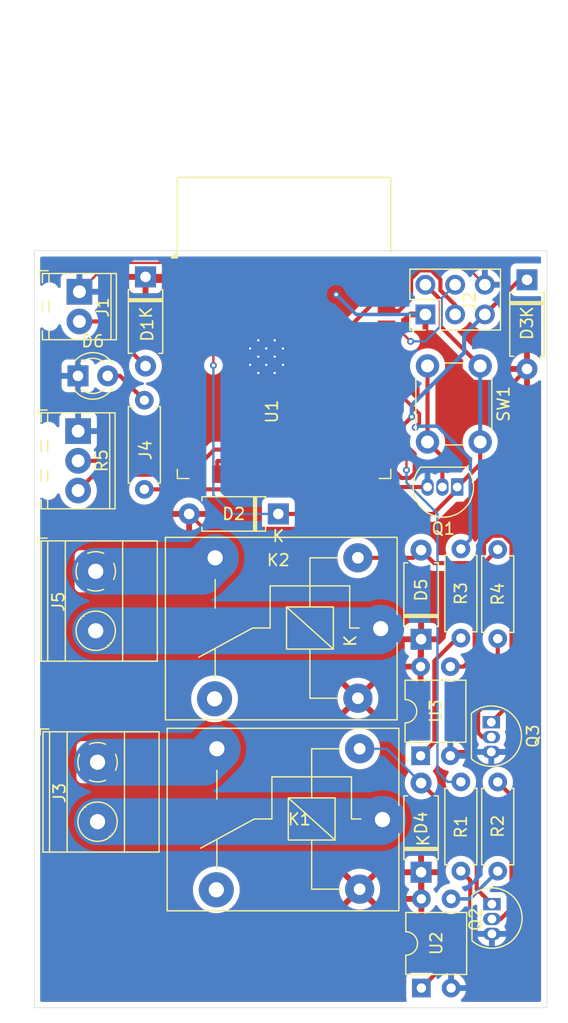
<source format=kicad_pcb>
(kicad_pcb (version 20240108) (generator "pcbnew") (generator_version "8.0")
  (layers (0 "F.Cu" signal) (31 "B.Cu" signal) (34 "B.Paste" user) (35 "F.Paste" user) (36 "B.SilkS" user "B.Silkscreen") (37 "F.SilkS" user "F.Silkscreen") (38 "B.Mask" user) (39 "F.Mask" user) (44 "Edge.Cuts" user))
  (net 0 "")
  (net 1 "VCC")
  (net 2 "5v")
  (net 3 "/EN")
  (net 4 "/IOo")
  (net 5 "Net-(D4-A)")
  (net 6 "Net-(D5-A)")
  (net 7 "Net-(D6-A)")
  (net 8 "GND")
  (net 9 "/TX")
  (net 10 "/RX")
  (net 11 "Net-(J3-Pin_2)")
  (net 12 "Net-(J3-Pin_1)")
  (net 13 "/SW_IN2")
  (net 14 "/SW_IN1")
  (net 15 "Net-(J5-Pin_2)")
  (net 16 "Net-(J5-Pin_1)")
  (net 19 "Net-(Q1-B)")
  (net 20 "Net-(Q2-B)")
  (net 21 "Net-(Q3-B)")
  (net 22 "Net-(R1-Pad1)")
  (net 23 "/OP1")
  (net 24 "Net-(R2-Pad1)")
  (net 25 "/OP2")
  (net 26 "Net-(R3-Pad1)")
  (net 27 "Net-(R4-Pad1)")
  (net 28 "/status")
  (footprint "Package_TO_SOT_THT:TO-92L_Inline" (layer "F.Cu") (at 98.1 124.65 -90)
    (property "Reference" "Q2" (at 1.3 1.4 90) (layer "F.SilkS"))
    (property "Value" "NPN")
    (pad "1" thru_hole rect (at 0 0 270) (size 1.05 1.5) (drill 0.75) (layers "*.Cu" "*.Mask") (net 5 "Net-(D4-A)"))
    (pad "2" thru_hole oval (at 1.27 0 270) (size 1.05 1.5) (drill 0.75) (layers "*.Cu" "*.Mask") (net 20 "Net-(Q2-B)"))
    (pad "3" thru_hole oval (at 2.54 0 270) (size 1.05 1.5) (drill 0.75) (layers "*.Cu" "*.Mask") (net 8 "GND"))
  )
  (footprint "TerminalBlock_Phoenix:TerminalBlock_Phoenix_MPT-0,5-3-2.54_1x03_P2.54mm_Horizontal" (layer "F.Cu") (at 62.74 84.22 -90)
    (property "Reference" "J4" (at 1.63 -5.76 90) (layer "F.SilkS"))
    (property "Value" "Switch  IN")
    (pad "" np_thru_hole circle (at 0 2.54 270) (size 1.1 1.1) (drill 1.1) (layers "*.Cu" "*.Mask"))
    (pad "" np_thru_hole circle (at 2.54 2.54 270) (size 1.1 1.1) (drill 1.1) (layers "*.Cu" "*.Mask"))
    (pad "" np_thru_hole circle (at 5.08 2.54 270) (size 1.1 1.1) (drill 1.1) (layers "*.Cu" "*.Mask"))
    (pad "1" thru_hole rect (at 0 0 270) (size 2.2 2.2) (drill 1.1) (layers "*.Cu" "*.Mask") (net 8 "GND"))
    (pad "2" thru_hole circle (at 2.54 0 270) (size 2.2 2.2) (drill 1.1) (layers "*.Cu" "*.Mask") (net 14 "/SW_IN1"))
    (pad "3" thru_hole circle (at 5.08 0 270) (size 2.2 2.2) (drill 1.1) (layers "*.Cu" "*.Mask") (net 13 "/SW_IN2"))
  )
  (footprint "Resistor_THT:R_Axial_DIN0207_L6.3mm_D2.5mm_P7.62mm_Horizontal" (layer "F.Cu") (at 98.6 121.83 90)
    (property "Reference" "R2" (at 3.83 0 90) (layer "F.SilkS"))
    (property "Value" "R")
    (pad "1" thru_hole circle (at 0 0 90) (size 1.6 1.6) (drill 0.8) (layers "*.Cu" "*.Mask") (net 24 "Net-(R2-Pad1)"))
    (pad "2" thru_hole oval (at 7.62 0 90) (size 1.6 1.6) (drill 0.8) (layers "*.Cu" "*.Mask") (net 20 "Net-(Q2-B)"))
  )
  (footprint "Resistor_THT:R_Axial_DIN0207_L6.3mm_D2.5mm_P7.62mm_Horizontal" (layer "F.Cu") (at 95.45 121.82 90)
    (property "Reference" "R1" (at 3.77 0 90) (layer "F.SilkS"))
    (property "Value" "R")
    (pad "1" thru_hole circle (at 0 0 90) (size 1.6 1.6) (drill 0.8) (layers "*.Cu" "*.Mask") (net 22 "Net-(R1-Pad1)"))
    (pad "2" thru_hole oval (at 7.62 0 90) (size 1.6 1.6) (drill 0.8) (layers "*.Cu" "*.Mask") (net 23 "/OP1"))
  )
  (footprint "Resistor_THT:R_Axial_DIN0207_L6.3mm_D2.5mm_P7.62mm_Horizontal" (layer "F.Cu") (at 98.6 94.34 -90)
    (property "Reference" "R4" (at 3.81 0 90) (layer "F.SilkS"))
    (property "Value" "R")
    (pad "1" thru_hole circle (at 0 0 270) (size 1.6 1.6) (drill 0.8) (layers "*.Cu" "*.Mask") (net 27 "Net-(R4-Pad1)"))
    (pad "2" thru_hole oval (at 7.62 0 270) (size 1.6 1.6) (drill 0.8) (layers "*.Cu" "*.Mask") (net 21 "Net-(Q3-B)"))
  )
  (footprint "Resistor_THT:R_Axial_DIN0207_L6.3mm_D2.5mm_P7.62mm_Horizontal" (layer "F.Cu") (at 95.45 101.91 90)
    (property "Reference" "R3" (at 3.81 0 90) (layer "F.SilkS"))
    (property "Value" "R")
    (pad "1" thru_hole circle (at 0 0 90) (size 1.6 1.6) (drill 0.8) (layers "*.Cu" "*.Mask") (net 26 "Net-(R3-Pad1)"))
    (pad "2" thru_hole oval (at 7.62 0 90) (size 1.6 1.6) (drill 0.8) (layers "*.Cu" "*.Mask") (net 25 "/OP2"))
  )
  (footprint "Connector_PinHeader_2.54mm:PinHeader_2x03_P2.54mm_Vertical" (layer "F.Cu") (at 92.42 74.25 90)
    (property "Reference" "J2" (at 1.1 3.78 90) (layer "F.SilkS"))
    (property "Value" "Pro")
    (pad "1" thru_hole rect (at 0 0 90) (size 1.7 1.7) (drill 1) (layers "*.Cu" "*.Mask") (net 2 "5v"))
    (pad "2" thru_hole oval (at 2.54 0 90) (size 1.7 1.7) (drill 1) (layers "*.Cu" "*.Mask") (net 3 "/EN"))
    (pad "3" thru_hole oval (at 0 2.54 90) (size 1.7 1.7) (drill 1) (layers "*.Cu" "*.Mask") (net 9 "/TX"))
    (pad "4" thru_hole oval (at 2.54 2.54 90) (size 1.7 1.7) (drill 1) (layers "*.Cu" "*.Mask") (net 10 "/RX"))
    (pad "5" thru_hole oval (at 0 5.08 90) (size 1.7 1.7) (drill 1) (layers "*.Cu" "*.Mask") (net 4 "/IOo"))
    (pad "6" thru_hole oval (at 2.54 5.08 90) (size 1.7 1.7) (drill 1) (layers "*.Cu" "*.Mask") (net 8 "GND"))
  )
  (footprint "Diode_THT:D_A-405_P7.62mm_Horizontal" (layer "F.Cu") (at 92.05 121.92 90)
    (property "Reference" "D4" (at 4.22 0 90) (layer "F.SilkS"))
    (property "Value" "D")
    (fp_text user "K" (at 2.72 0.2 90) (layer "F.SilkS"))
    (pad "1" thru_hole rect (at 0 0 90) (size 1.8 1.8) (drill 0.9) (layers "*.Cu" "*.Mask") (net 2 "5v"))
    (pad "2" thru_hole oval (at 7.62 0 90) (size 1.8 1.8) (drill 0.9) (layers "*.Cu" "*.Mask") (net 5 "Net-(D4-A)"))
  )
  (footprint "LED_THT:LED_D3.0mm" (layer "F.Cu") (at 62.73 79.5)
    (property "Reference" "D6" (at 1.27 -2.96 0) (layer "F.SilkS"))
    (property "Value" "LED")
    (pad "1" thru_hole rect (at 0 0) (size 1.8 1.8) (drill 0.9) (layers "*.Cu" "*.Mask") (net 8 "GND"))
    (pad "2" thru_hole circle (at 2.54 0) (size 1.8 1.8) (drill 0.9) (layers "*.Cu" "*.Mask") (net 7 "Net-(D6-A)"))
  )
  (footprint "Relay_THT:Relay_SPDT_SANYOU_SRD_Series_Form_C" (layer "F.Cu") (at 88.75 117.42 180)
    (property "Reference" "K1" (at 7.1 0.02 360) (layer "F.SilkS"))
    (property "Value" "RELAY")
    (pad "1" thru_hole circle (at 0 0 270) (size 3 3) (drill 1.3) (layers "*.Cu" "*.Mask") (net 11 "Net-(J3-Pin_2)"))
    (pad "2" thru_hole circle (at 1.95 6.05 270) (size 2.5 2.5) (drill 1) (layers "*.Cu" "*.Mask") (net 5 "Net-(D4-A)"))
    (pad "3" thru_hole circle (at 14.15 6.05 270) (size 3 3) (drill 1.3) (layers "*.Cu" "*.Mask") (net 12 "Net-(J3-Pin_1)"))
    (pad "4" thru_hole circle (at 14.2 -6 270) (size 3 3) (drill 1.3) (layers "*.Cu" "*.Mask"))
    (pad "5" thru_hole circle (at 1.95 -5.95 270) (size 2.5 2.5) (drill 1) (layers "*.Cu" "*.Mask") (net 2 "5v"))
  )
  (footprint "Diode_THT:D_A-405_P7.62mm_Horizontal" (layer "F.Cu") (at 101.1 71.29 -90)
    (property "Reference" "D3" (at 4.16 0 90) (layer "F.SilkS"))
    (property "Value" "D")
    (fp_text user "K" (at 2.76 0 90) (layer "F.SilkS"))
    (pad "1" thru_hole rect (at 0 0 270) (size 1.8 1.8) (drill 0.9) (layers "*.Cu" "*.Mask") (net 4 "/IOo"))
    (pad "2" thru_hole oval (at 7.62 0 270) (size 1.8 1.8) (drill 0.9) (layers "*.Cu" "*.Mask") (net 2 "5v"))
  )
  (footprint "Package_DIP:DIP-4_W7.62mm" (layer "F.Cu") (at 92.075 131.82 90)
    (property "Reference" "U2" (at 3.82 1.275 90) (layer "F.SilkS"))
    (property "Value" "PC817")
    (pad "1" thru_hole rect (at 0 0 90) (size 1.6 1.6) (drill 0.8) (layers "*.Cu" "*.Mask") (net 22 "Net-(R1-Pad1)"))
    (pad "2" thru_hole oval (at 0 2.54 90) (size 1.6 1.6) (drill 0.8) (layers "*.Cu" "*.Mask") (net 8 "GND"))
    (pad "3" thru_hole oval (at 7.62 2.54 90) (size 1.6 1.6) (drill 0.8) (layers "*.Cu" "*.Mask") (net 24 "Net-(R2-Pad1)"))
    (pad "4" thru_hole oval (at 7.62 0 90) (size 1.6 1.6) (drill 0.8) (layers "*.Cu" "*.Mask") (net 2 "5v"))
  )
  (footprint "TerminalBlock_Phoenix:TerminalBlock_Phoenix_MPT-0,5-2-2.54_1x02_P2.54mm_Horizontal" (layer "F.Cu") (at 62.85 72.31 -90)
    (property "Reference" "J1" (at 1.34 -2 90) (layer "F.SilkS"))
    (property "Value" "5V")
    (pad "" np_thru_hole circle (at 0 2.54 270) (size 1.1 1.1) (drill 1.1) (layers "*.Cu" "*.Mask"))
    (pad "" np_thru_hole circle (at 2.54 2.54 270) (size 1.1 1.1) (drill 1.1) (layers "*.Cu" "*.Mask"))
    (pad "1" thru_hole rect (at 0 0 270) (size 2.2 2.2) (drill 1.1) (layers "*.Cu" "*.Mask") (net 8 "GND"))
    (pad "2" thru_hole circle (at 2.54 0 270) (size 2.2 2.2) (drill 1.1) (layers "*.Cu" "*.Mask") (net 1 "VCC"))
  )
  (footprint "Package_TO_SOT_THT:TO-92L_Inline" (layer "F.Cu") (at 98.05 109.1 -90)
    (property "Reference" "Q3" (at 1.19 -3.56 90) (layer "F.SilkS"))
    (property "Value" "NPN")
    (pad "1" thru_hole rect (at 0 0 270) (size 1.05 1.5) (drill 0.75) (layers "*.Cu" "*.Mask") (net 6 "Net-(D5-A)"))
    (pad "2" thru_hole oval (at 1.27 0 270) (size 1.05 1.5) (drill 0.75) (layers "*.Cu" "*.Mask") (net 21 "Net-(Q3-B)"))
    (pad "3" thru_hole oval (at 2.54 0 270) (size 1.05 1.5) (drill 0.75) (layers "*.Cu" "*.Mask") (net 8 "GND"))
  )
  (footprint "TerminalBlock_Phoenix:TerminalBlock_Phoenix_MKDS-1,5-2-5.08_1x02_P5.08mm_Horizontal" (layer "F.Cu") (at 64.245 96.205 -90)
    (property "Reference" "J5" (at 2.595 3.195 90) (layer "F.SilkS"))
    (property "Value" "OP1")
    (pad "1" thru_hole rect (at 0 0 270) (size 2.6 2.6) (drill 1.3) (layers "*.Cu" "*.Mask") (net 16 "Net-(J5-Pin_1)"))
    (pad "2" thru_hole circle (at 5.08 0 270) (size 2.6 2.6) (drill 1.3) (layers "*.Cu" "*.Mask") (net 15 "Net-(J5-Pin_2)"))
  )
  (footprint "Diode_THT:D_A-405_P7.62mm_Horizontal" (layer "F.Cu") (at 92.05 102.01 90)
    (property "Reference" "D5" (at 4.21 0 90) (layer "F.SilkS"))
    (property "Value" "D")
    (fp_text user "K" (at -0.14 -6.05 90) (layer "F.SilkS"))
    (pad "1" thru_hole rect (at 0 0 90) (size 1.8 1.8) (drill 0.9) (layers "*.Cu" "*.Mask") (net 2 "5v"))
    (pad "2" thru_hole oval (at 7.62 0 90) (size 1.8 1.8) (drill 0.9) (layers "*.Cu" "*.Mask") (net 6 "Net-(D5-A)"))
  )
  (footprint "RF_Module:ESP32-WROOM-32D" (layer "F.Cu") (at 80.34 78.39)
    (property "Reference" "U1" (at -1.04 4.16 90) (layer "F.SilkS"))
    (property "Value" "ESP32")
    (pad "1" smd rect (at -8.75 -8.25) (size 1.5 0.9) (layers "F.Cu" "F.Paste" "F.Mask") (net 8 "GND"))
    (pad "2" smd rect (at -8.75 -6.98) (size 1.5 0.9) (layers "F.Cu" "F.Paste" "F.Mask") (net 2 "5v"))
    (pad "3" smd rect (at -8.75 -5.71) (size 1.5 0.9) (layers "F.Cu" "F.Paste" "F.Mask") (net 3 "/EN"))
    (pad "4" smd rect (at -8.75 -4.44) (size 1.5 0.9) (layers "F.Cu" "F.Paste" "F.Mask"))
    (pad "5" smd rect (at -8.75 -3.17) (size 1.5 0.9) (layers "F.Cu" "F.Paste" "F.Mask"))
    (pad "6" smd rect (at -8.75 -1.9) (size 1.5 0.9) (layers "F.Cu" "F.Paste" "F.Mask"))
    (pad "7" smd rect (at -8.75 -0.63) (size 1.5 0.9) (layers "F.Cu" "F.Paste" "F.Mask"))
    (pad "8" smd rect (at -8.75 0.64) (size 1.5 0.9) (layers "F.Cu" "F.Paste" "F.Mask"))
    (pad "9" smd rect (at -8.75 1.91) (size 1.5 0.9) (layers "F.Cu" "F.Paste" "F.Mask"))
    (pad "10" smd rect (at -8.75 3.18) (size 1.5 0.9) (layers "F.Cu" "F.Paste" "F.Mask") (net 14 "/SW_IN1"))
    (pad "11" smd rect (at -8.75 4.45) (size 1.5 0.9) (layers "F.Cu" "F.Paste" "F.Mask"))
    (pad "12" smd rect (at -8.75 5.72) (size 1.5 0.9) (layers "F.Cu" "F.Paste" "F.Mask"))
    (pad "13" smd rect (at -8.75 6.99) (size 1.5 0.9) (layers "F.Cu" "F.Paste" "F.Mask"))
    (pad "14" smd rect (at -8.75 8.26) (size 1.5 0.9) (layers "F.Cu" "F.Paste" "F.Mask"))
    (pad "15" smd rect (at -5.71 9.51 90) (size 1.5 0.9) (layers "F.Cu" "F.Paste" "F.Mask") (net 8 "GND"))
    (pad "16" smd rect (at -4.44 9.51 90) (size 1.5 0.9) (layers "F.Cu" "F.Paste" "F.Mask"))
    (pad "17" smd rect (at -3.17 9.51 90) (size 1.5 0.9) (layers "F.Cu" "F.Paste" "F.Mask"))
    (pad "18" smd rect (at -1.9 9.51 90) (size 1.5 0.9) (layers "F.Cu" "F.Paste" "F.Mask"))
    (pad "19" smd rect (at -0.63 9.51 90) (size 1.5 0.9) (layers "F.Cu" "F.Paste" "F.Mask"))
    (pad "20" smd rect (at 0.64 9.51 90) (size 1.5 0.9) (layers "F.Cu" "F.Paste" "F.Mask"))
    (pad "21" smd rect (at 1.91 9.51 90) (size 1.5 0.9) (layers "F.Cu" "F.Paste" "F.Mask"))
    (pad "22" smd rect (at 3.18 9.51 90) (size 1.5 0.9) (layers "F.Cu" "F.Paste" "F.Mask"))
    (pad "23" smd rect (at 4.45 9.51 90) (size 1.5 0.9) (layers "F.Cu" "F.Paste" "F.Mask"))
    (pad "24" smd rect (at 5.72 9.51 90) (size 1.5 0.9) (layers "F.Cu" "F.Paste" "F.Mask") (net 28 "/status"))
    (pad "25" smd rect (at 8.75 8.26) (size 1.5 0.9) (layers "F.Cu" "F.Paste" "F.Mask") (net 4 "/IOo"))
    (pad "26" smd rect (at 8.75 6.99) (size 1.5 0.9) (layers "F.Cu" "F.Paste" "F.Mask") (net 23 "/OP1"))
    (pad "27" smd rect (at 8.75 5.72) (size 1.5 0.9) (layers "F.Cu" "F.Paste" "F.Mask"))
    (pad "28" smd rect (at 8.75 4.45) (size 1.5 0.9) (layers "F.Cu" "F.Paste" "F.Mask"))
    (pad "29" smd rect (at 8.75 3.18) (size 1.5 0.9) (layers "F.Cu" "F.Paste" "F.Mask") (net 25 "/OP2"))
    (pad "30" smd rect (at 8.75 1.91) (size 1.5 0.9) (layers "F.Cu" "F.Paste" "F.Mask"))
    (pad "31" smd rect (at 8.75 0.64) (size 1.5 0.9) (layers "F.Cu" "F.Paste" "F.Mask"))
    (pad "32" smd rect (at 8.75 -0.63) (size 1.5 0.9) (layers "F.Cu" "F.Paste" "F.Mask"))
    (pad "33" smd rect (at 8.75 -1.9) (size 1.5 0.9) (layers "F.Cu" "F.Paste" "F.Mask"))
    (pad "34" smd rect (at 8.75 -3.17) (size 1.5 0.9) (layers "F.Cu" "F.Paste" "F.Mask") (net 10 "/RX"))
    (pad "35" smd rect (at 8.75 -4.44) (size 1.5 0.9) (layers "F.Cu" "F.Paste" "F.Mask") (net 9 "/TX"))
    (pad "36" smd rect (at 8.75 -5.71) (size 1.5 0.9) (layers "F.Cu" "F.Paste" "F.Mask") (net 13 "/SW_IN2"))
    (pad "37" smd rect (at 8.75 -6.98) (size 1.5 0.9) (layers "F.Cu" "F.Paste" "F.Mask"))
    (pad "38" smd rect (at 8.75 -8.25) (size 1.5 0.9) (layers "F.Cu" "F.Paste" "F.Mask") (net 8 "GND"))
    (pad "39" smd rect (at -2.9 -1.93) (size 0.9 0.9) (layers "F.Cu" "F.Paste") (net 8 "GND"))
    (pad "39" thru_hole circle (at -2.9 -1.23) (size 0.6 0.6) (drill 0.2) (property pad_prop_heatsink) (layers "*.Cu" "F.Mask") (net 8 "GND"))
    (pad "39" smd rect (at -2.9 -0.53) (size 0.9 0.9) (layers "F.Cu" "F.Paste") (net 8 "GND"))
    (pad "39" thru_hole circle (at -2.9 0.17) (size 0.6 0.6) (drill 0.2) (property pad_prop_heatsink) (layers "*.Cu" "F.Mask") (net 8 "GND"))
    (pad "39" smd rect (at -2.9 0.87) (size 0.9 0.9) (layers "F.Cu" "F.Paste") (net 8 "GND"))
    (pad "39" thru_hole circle (at -2.2 -1.93) (size 0.6 0.6) (drill 0.2) (property pad_prop_heatsink) (layers "*.Cu" "F.Mask") (net 8 "GND"))
    (pad "39" thru_hole circle (at -2.2 -0.53) (size 0.6 0.6) (drill 0.2) (property pad_prop_heatsink) (layers "*.Cu" "F.Mask") (net 8 "GND"))
    (pad "39" thru_hole circle (at -2.2 0.87) (size 0.6 0.6) (drill 0.2) (property pad_prop_heatsink) (layers "*.Cu" "F.Mask") (net 8 "GND"))
    (pad "39" thru_hole circle (at -1.525 -1.23) (size 0.6 0.6) (drill 0.2) (property pad_prop_heatsink) (layers "*.Cu" "F.Mask") (net 8 "GND"))
    (pad "39" thru_hole circle (at -1.525 0.17) (size 0.6 0.6) (drill 0.2) (property pad_prop_heatsink) (layers "*.Cu" "F.Mask") (net 8 "GND"))
    (pad "39" smd rect (at -1.5 -1.93) (size 0.9 0.9) (layers "F.Cu" "F.Paste") (net 8 "GND"))
    (pad "39" smd rect (at -1.5 -0.53) (size 0.9 0.9) (layers "F.Cu" "F.Paste") (net 8 "GND"))
    (pad "39" smd rect (at -1.5 -0.53) (size 3.8 3.8) (layers "F.Cu" "F.Mask") (net 8 "GND"))
    (pad "39" smd rect (at -1.5 0.87) (size 0.9 0.9) (layers "F.Cu" "F.Paste") (net 8 "GND"))
    (pad "39" thru_hole circle (at -0.8 -1.93) (size 0.6 0.6) (drill 0.2) (property pad_prop_heatsink) (layers "*.Cu" "F.Mask") (net 8 "GND"))
    (pad "39" thru_hole circle (at -0.8 -0.53) (size 0.6 0.6) (drill 0.2) (property pad_prop_heatsink) (layers "*.Cu" "F.Mask") (net 8 "GND"))
    (pad "39" thru_hole circle (at -0.8 0.87) (size 0.6 0.6) (drill 0.2) (property pad_prop_heatsink) (layers "*.Cu" "F.Mask") (net 8 "GND"))
    (pad "39" smd rect (at -0.1 -1.93) (size 0.9 0.9) (layers "F.Cu" "F.Paste") (net 8 "GND"))
    (pad "39" thru_hole circle (at -0.1 -1.23) (size 0.6 0.6) (drill 0.2) (property pad_prop_heatsink) (layers "*.Cu" "F.Mask") (net 8 "GND"))
    (pad "39" smd rect (at -0.1 -0.53) (size 0.9 0.9) (layers "F.Cu" "F.Paste") (net 8 "GND"))
    (pad "39" thru_hole circle (at -0.1 0.17) (size 0.6 0.6) (drill 0.2) (property pad_prop_heatsink) (layers "*.Cu" "F.Mask") (net 8 "GND"))
    (pad "39" smd rect (at -0.1 0.87) (size 0.9 0.9) (layers "F.Cu" "F.Paste") (net 8 "GND"))
    (zone (net 0) (net_name "") (layers "*.Cu") (connect_pads (clearance 0)) (min_thickness 0.254)
      (keepout (tracks not_allowed) (vias not_allowed) (pads not_allowed) (copperpour not_allowed) (footprints not_allowed))
      (fill (thermal_gap 0.508) (thermal_bridge_width 0.508))
      (polygon (pts (xy 56.34 68.84) (xy 104.34 68.84) (xy 104.34 47.65) (xy 56.34 47.65)))
    )
  )
  (footprint "Diode_THT:D_A-405_P7.62mm_Horizontal" (layer "F.Cu") (at 68.5 71.04 -90)
    (property "Reference" "D1" (at 4.56 -0.15 90) (layer "F.SilkS"))
    (property "Value" "D")
    (fp_text user "K" (at 3.06 -0.05 90) (layer "F.SilkS"))
    (pad "1" thru_hole rect (at 0 0 270) (size 1.8 1.8) (drill 0.9) (layers "*.Cu" "*.Mask") (net 2 "5v"))
    (pad "2" thru_hole oval (at 7.62 0 270) (size 1.8 1.8) (drill 0.9) (layers "*.Cu" "*.Mask") (net 1 "VCC"))
  )
  (footprint "Package_TO_SOT_THT:TO-92L_Inline" (layer "F.Cu") (at 95.14 89 180)
    (property "Reference" "Q1" (at 1.19 -3.56 360) (layer "F.SilkS"))
    (property "Value" "NPN")
    (pad "1" thru_hole rect (at 0 0 180) (size 1.05 1.5) (drill 0.75) (layers "*.Cu" "*.Mask") (net 3 "/EN"))
    (pad "2" thru_hole oval (at 1.27 0 180) (size 1.05 1.5) (drill 0.75) (layers "*.Cu" "*.Mask") (net 19 "Net-(Q1-B)"))
    (pad "3" thru_hole oval (at 2.54 0 180) (size 1.05 1.5) (drill 0.75) (layers "*.Cu" "*.Mask") (net 8 "GND"))
  )
  (footprint "Relay_THT:Relay_SPDT_SANYOU_SRD_Series_Form_C" (layer "F.Cu") (at 88.6 101.1 180)
    (property "Reference" "K2" (at 8.75 5.85 360) (layer "F.SilkS"))
    (property "Value" "RELAY")
    (pad "1" thru_hole circle (at 0 0 270) (size 3 3) (drill 1.3) (layers "*.Cu" "*.Mask") (net 15 "Net-(J5-Pin_2)"))
    (pad "2" thru_hole circle (at 1.95 6.05 270) (size 2.5 2.5) (drill 1) (layers "*.Cu" "*.Mask") (net 6 "Net-(D5-A)"))
    (pad "3" thru_hole circle (at 14.15 6.05 270) (size 3 3) (drill 1.3) (layers "*.Cu" "*.Mask") (net 16 "Net-(J5-Pin_1)"))
    (pad "4" thru_hole circle (at 14.2 -6 270) (size 3 3) (drill 1.3) (layers "*.Cu" "*.Mask"))
    (pad "5" thru_hole circle (at 1.95 -5.95 270) (size 2.5 2.5) (drill 1) (layers "*.Cu" "*.Mask") (net 2 "5v"))
  )
  (footprint "Resistor_THT:R_Axial_DIN0207_L6.3mm_D2.5mm_P7.62mm_Horizontal" (layer "F.Cu") (at 68.4 89.2 90)
    (property "Reference" "R5" (at 2.45 -3.65 90) (layer "F.SilkS"))
    (property "Value" "R")
    (pad "1" thru_hole circle (at 0 0 90) (size 1.6 1.6) (drill 0.8) (layers "*.Cu" "*.Mask") (net 28 "/status"))
    (pad "2" thru_hole oval (at 7.62 0 90) (size 1.6 1.6) (drill 0.8) (layers "*.Cu" "*.Mask") (net 7 "Net-(D6-A)"))
  )
  (footprint "Button_Switch_THT:SW_PUSH_6mm_H5mm" (layer "F.Cu") (at 97.1 78.65 -90)
    (property "Reference" "SW1" (at 3.25 -2 90) (layer "F.SilkS"))
    (property "Value" "RESET")
    (pad "1" thru_hole circle (at 0 0) (size 2 2) (drill 1.1) (layers "*.Cu" "*.Mask") (net 3 "/EN"))
    (pad "1" thru_hole circle (at 6.5 0) (size 2 2) (drill 1.1) (layers "*.Cu" "*.Mask") (net 3 "/EN"))
    (pad "2" thru_hole circle (at 0 4.5) (size 2 2) (drill 1.1) (layers "*.Cu" "*.Mask") (net 19 "Net-(Q1-B)"))
    (pad "2" thru_hole circle (at 6.5 4.5) (size 2 2) (drill 1.1) (layers "*.Cu" "*.Mask") (net 19 "Net-(Q1-B)"))
  )
  (footprint "TerminalBlock_Phoenix:TerminalBlock_Phoenix_MKDS-1,5-2-5.08_1x02_P5.08mm_Horizontal" (layer "F.Cu") (at 64.4 112.52 -90)
    (property "Reference" "J3" (at 2.63 3.25 90) (layer "F.SilkS"))
    (property "Value" "OP1")
    (pad "1" thru_hole rect (at 0 0 270) (size 2.6 2.6) (drill 1.3) (layers "*.Cu" "*.Mask") (net 12 "Net-(J3-Pin_1)"))
    (pad "2" thru_hole circle (at 5.08 0 270) (size 2.6 2.6) (drill 1.3) (layers "*.Cu" "*.Mask") (net 11 "Net-(J3-Pin_2)"))
  )
  (footprint "Diode_THT:D_A-405_P7.62mm_Horizontal" (layer "F.Cu") (at 79.85 91.3 180)
    (property "Reference" "D2" (at 3.81 0 360) (layer "F.SilkS"))
    (property "Value" "D")
    (fp_text user "K" (at 0 -1.9 360) (layer "F.SilkS"))
    (pad "1" thru_hole rect (at 0 0 180) (size 1.8 1.8) (drill 0.9) (layers "*.Cu" "*.Mask") (net 3 "/EN"))
    (pad "2" thru_hole oval (at 7.62 0 180) (size 1.8 1.8) (drill 0.9) (layers "*.Cu" "*.Mask") (net 2 "5v"))
  )
  (footprint "Package_DIP:DIP-4_W7.62mm" (layer "F.Cu") (at 92.01 111.97 90)
    (property "Reference" "U3" (at 3.82 1.29 90) (layer "F.SilkS"))
    (property "Value" "PC817")
    (pad "1" thru_hole rect (at 0 0 90) (size 1.6 1.6) (drill 0.8) (layers "*.Cu" "*.Mask") (net 26 "Net-(R3-Pad1)"))
    (pad "2" thru_hole oval (at 0 2.54 90) (size 1.6 1.6) (drill 0.8) (layers "*.Cu" "*.Mask") (net 8 "GND"))
    (pad "3" thru_hole oval (at 7.62 2.54 90) (size 1.6 1.6) (drill 0.8) (layers "*.Cu" "*.Mask") (net 27 "Net-(R4-Pad1)"))
    (pad "4" thru_hole oval (at 7.62 0 90) (size 1.6 1.6) (drill 0.8) (layers "*.Cu" "*.Mask") (net 2 "5v"))
  )
  (gr_rect (start 59 68.8) (end 102.8 133.5) (stroke (width 0.05)) (fill none) (layer "Edge.Cuts"))
  (segment (start 62.85 74.85) (end 64.69 74.85) (width 0.35) (layer "F.Cu") (net 1))
  (segment (start 64.69 74.85) (end 68.5 78.66) (width 0.35) (layer "F.Cu") (net 1))
  (segment (start 92.05 124.175) (end 92.075 124.2) (width 0.3) (layer "F.Cu") (net 2))
  (segment (start 68.87 71.41) (end 68.5 71.04) (width 0.3) (layer "F.Cu") (net 2))
  (segment (start 99.985 80.025) (end 101.1 78.91) (width 0.35) (layer "F.Cu") (net 2))
  (segment (start 92.42 74.25) (end 92.42 75.914544) (width 0.35) (layer "F.Cu") (net 2))
  (segment (start 93.565 92.55) (end 101.1 85.015) (width 0.3) (layer "F.Cu") (net 2))
  (segment (start 92.42 75.914544) (end 96.530456 80.025) (width 0.35) (layer "F.Cu") (net 2))
  (segment (start 96.530456 80.025) (end 99.985 80.025) (width 0.35) (layer "F.Cu") (net 2))
  (segment (start 83.66 71.41) (end 84.8 72.55) (width 0.3) (layer "F.Cu") (net 2))
  (segment (start 73.48 92.55) (end 93.565 92.55) (width 0.3) (layer "F.Cu") (net 2))
  (segment (start 92.01 102.05) (end 92.05 102.01) (width 0.35) (layer "F.Cu") (net 2))
  (segment (start 71.59 71.41) (end 83.66 71.41) (width 0.3) (layer "F.Cu") (net 2))
  (segment (start 101.1 85.015) (end 101.1 78.91) (width 0.3) (layer "F.Cu") (net 2))
  (segment (start 72.23 91.3) (end 73.48 92.55) (width 0.3) (layer "F.Cu") (net 2))
  (segment (start 71.59 71.41) (end 68.87 71.41) (width 0.3) (layer "F.Cu") (net 2))
  (via (at 84.8 72.55) (size 0.6) (drill 0.3) (layers "F.Cu" "B.Cu") (net 2))
  (segment (start 86.5 74.25) (end 92.42 74.25) (width 0.3) (layer "B.Cu") (net 2))
  (segment (start 84.8 72.55) (end 86.5 74.25) (width 0.3) (layer "B.Cu") (net 2))
  (segment (start 74.3 74.44) (end 74.3 78.6) (width 0.2) (layer "F.Cu") (net 3))
  (segment (start 97.1 78.65) (end 93.735 75.285) (width 0.35) (layer "F.Cu") (net 3))
  (segment (start 93.067792 91.3) (end 95.14 89.227792) (width 0.35) (layer "F.Cu") (net 3))
  (segment (start 72.54 72.68) (end 74.3 74.44) (width 0.2) (layer "F.Cu") (net 3))
  (segment (start 95.14 89.227792) (end 95.14 89) (width 0.35) (layer "F.Cu") (net 3))
  (segment (start 71.59 72.68) (end 72.54 72.68) (width 0.2) (layer "F.Cu") (net 3))
  (segment (start 93.735 75.285) (end 93.735 73.025) (width 0.35) (layer "F.Cu") (net 3))
  (segment (start 97.1 87.04) (end 95.14 89) (width 0.35) (layer "F.Cu") (net 3))
  (segment (start 93.735 73.025) (end 92.42 71.71) (width 0.35) (layer "F.Cu") (net 3))
  (segment (start 97.1 85.15) (end 97.1 87.04) (width 0.35) (layer "F.Cu") (net 3))
  (segment (start 79.85 91.3) (end 93.067792 91.3) (width 0.35) (layer "F.Cu") (net 3))
  (via (at 74.3 78.6) (size 0.6) (drill 0.3) (layers "F.Cu" "B.Cu") (net 3))
  (segment (start 75.9 91.3) (end 79.85 91.3) (width 0.2) (layer "B.Cu") (net 3))
  (segment (start 74.3 78.6) (end 74.3 89.7) (width 0.2) (layer "B.Cu") (net 3))
  (segment (start 74.3 89.7) (end 75.9 91.3) (width 0.2) (layer "B.Cu") (net 3))
  (segment (start 97.1 85.15) (end 97.1 78.65) (width 0.35) (layer "B.Cu") (net 3))
  (segment (start 90.375 88.225) (end 89.09 86.94) (width 0.35) (layer "F.Cu") (net 4))
  (segment (start 91.5 86.168248) (end 91.5 87.804595) (width 0.35) (layer "F.Cu") (net 4))
  (segment (start 101.1 71.29) (end 100.46 71.29) (width 0.35) (layer "F.Cu") (net 4))
  (segment (start 91.25 83) (end 90.45 83.8) (width 0.35) (layer "F.Cu") (net 4))
  (segment (start 91.079595 88.225) (end 90.375 88.225) (width 0.35) (layer "F.Cu") (net 4))
  (segment (start 91.5 87.804595) (end 91.079595 88.225) (width 0.35) (layer "F.Cu") (net 4))
  (segment (start 90.45 85.118248) (end 91.5 86.168248) (width 0.35) (layer "F.Cu") (net 4))
  (segment (start 100.46 71.29) (end 97.5 74.25) (width 0.35) (layer "F.Cu") (net 4))
  (segment (start 90.45 83.8) (end 90.45 85.118248) (width 0.35) (layer "F.Cu") (net 4))
  (segment (start 89.09 86.94) (end 89.09 86.65) (width 0.35) (layer "F.Cu") (net 4))
  (via (at 91.25 83) (size 0.6) (drill 0.3) (layers "F.Cu" "B.Cu") (net 4))
  (segment (start 95.725 77.525) (end 91.25 82) (width 0.35) (layer "B.Cu") (net 4))
  (segment (start 95.725 76.025) (end 95.725 77.525) (width 0.35) (layer "B.Cu") (net 4))
  (segment (start 91.25 82) (end 91.25 83) (width 0.35) (layer "B.Cu") (net 4))
  (segment (start 97.5 74.25) (end 95.725 76.025) (width 0.35) (layer "B.Cu") (net 4))
  (segment (start 96.799999 119.049999) (end 92.05 114.3) (width 0.35) (layer "F.Cu") (net 5))
  (segment (start 96.799999 123.349999) (end 96.799999 119.049999) (width 0.35) (layer "F.Cu") (net 5))
  (segment (start 98.1 124.65) (end 96.799999 123.349999) (width 0.35) (layer "F.Cu") (net 5))
  (segment (start 86.8 111.37) (end 89.12 111.37) (width 0.2) (layer "B.Cu") (net 5))
  (segment (start 89.12 111.37) (end 92.05 114.3) (width 0.2) (layer "B.Cu") (net 5))
  (segment (start 97.425 93.853299) (end 97.425 94.737182) (width 0.35) (layer "F.Cu") (net 6))
  (segment (start 91.39 95.05) (end 92.05 94.39) (width 0.35) (layer "F.Cu") (net 6))
  (segment (start 99.775 93.853299) (end 99.086701 93.165) (width 0.35) (layer "F.Cu") (net 6))
  (segment (start 98.05 109.1) (end 99.775 107.375) (width 0.35) (layer "F.Cu") (net 6))
  (segment (start 99.086701 93.165) (end 98.113299 93.165) (width 0.35) (layer "F.Cu") (net 6))
  (segment (start 86.65 95.05) (end 91.39 95.05) (width 0.35) (layer "F.Cu") (net 6))
  (segment (start 93.16 95.5) (end 92.05 94.39) (width 0.35) (layer "F.Cu") (net 6))
  (segment (start 99.775 107.375) (end 99.775 93.853299) (width 0.35) (layer "F.Cu") (net 6))
  (segment (start 96.662182 95.5) (end 93.16 95.5) (width 0.35) (layer "F.Cu") (net 6))
  (segment (start 98.113299 93.165) (end 97.425 93.853299) (width 0.35) (layer "F.Cu") (net 6))
  (segment (start 97.425 94.737182) (end 96.662182 95.5) (width 0.35) (layer "F.Cu") (net 6))
  (segment (start 68.4 81.58) (end 66.32 79.5) (width 0.35) (layer "F.Cu") (net 7))
  (segment (start 66.32 79.5) (end 65.27 79.5) (width 0.35) (layer "F.Cu") (net 7))
  (segment (start 94.88 111.64) (end 98.05 111.64) (width 0.35) (layer "F.Cu") (net 8))
  (segment (start 95.8 70.01) (end 97.5 71.71) (width 0.2) (layer "F.Cu") (net 8))
  (segment (start 74.655 86.775) (end 74.63 86.8) (width 0.35) (layer "F.Cu") (net 8))
  (segment (start 89.11 89) (end 86.885 86.775) (width 0.35) (layer "F.Cu") (net 8))
  (segment (start 74.63 86.8) (end 74.63 87.9) (width 0.35) (layer "F.Cu") (net 8))
  (segment (start 71.59 70.14) (end 71.29 69.84) (width 0.2) (layer "F.Cu") (net 8))
  (segment (start 71.29 69.84) (end 65.32 69.84) (width 0.2) (layer "F.Cu") (net 8))
  (segment (start 94.55 111.97) (end 94.88 111.64) (width 0.35) (layer "F.Cu") (net 8))
  (segment (start 89.09 70.14) (end 89.22 70.01) (width 0.2) (layer "F.Cu") (net 8))
  (segment (start 89.22 70.01) (end 95.8 70.01) (width 0.2) (layer "F.Cu") (net 8))
  (segment (start 92.6 89) (end 89.11 89) (width 0.35) (layer "F.Cu") (net 8))
  (segment (start 86.885 86.775) (end 74.655 86.775) (width 0.35) (layer "F.Cu") (net 8))
  (segment (start 65.32 69.84) (end 62.85 72.31) (width 0.2) (layer "F.Cu") (net 8))
  (segment (start 93.7 71.257588) (end 92.927412 70.485) (width 0.35) (layer "F.Cu") (net 9))
  (segment (start 94.96 74.25) (end 94.96 73.442412) (width 0.35) (layer "F.Cu") (net 9))
  (segment (start 91.195 71.202588) (end 91.195 72.905) (width 0.35) (layer "F.Cu") (net 9))
  (segment (start 94.96 73.442412) (end 93.7 72.182412) (width 0.35) (layer "F.Cu") (net 9))
  (segment (start 90.15 73.95) (end 89.09 73.95) (width 0.35) (layer "F.Cu") (net 9))
  (segment (start 93.7 72.182412) (end 93.7 71.257588) (width 0.35) (layer "F.Cu") (net 9))
  (segment (start 91.195 72.905) (end 90.15 73.95) (width 0.35) (layer "F.Cu") (net 9))
  (segment (start 92.927412 70.485) (end 91.912588 70.485) (width 0.35) (layer "F.Cu") (net 9))
  (segment (start 91.912588 70.485) (end 91.195 71.202588) (width 0.35) (layer "F.Cu") (net 9))
  (segment (start 89.82 75.22) (end 91.15 76.55) (width 0.2) (layer "F.Cu") (net 10))
  (segment (start 89.09 75.22) (end 89.82 75.22) (width 0.2) (layer "F.Cu") (net 10))
  (via (at 91.15 76.55) (size 0.6) (drill 0.3) (layers "F.Cu" "B.Cu") (net 10))
  (segment (start 93.81 75.16) (end 93.81 72.86) (width 0.2) (layer "B.Cu") (net 10))
  (segment (start 93.81 72.86) (end 94.96 71.71) (width 0.2) (layer "B.Cu") (net 10))
  (segment (start 91.15 76.55) (end 92.42 76.55) (width 0.2) (layer "B.Cu") (net 10))
  (segment (start 92.42 76.55) (end 93.81 75.16) (width 0.2) (layer "B.Cu") (net 10))
  (segment (start 64.4 117.6) (end 88.57 117.6) (width 4) (layer "B.Cu") (net 11))
  (segment (start 88.57 117.6) (end 88.75 117.42) (width 4) (layer "B.Cu") (net 11))
  (segment (start 73.45 112.52) (end 74.6 111.37) (width 4) (layer "B.Cu") (net 12))
  (segment (start 64.4 112.52) (end 73.45 112.52) (width 4) (layer "B.Cu") (net 12))
  (segment (start 74.39 85.8) (end 72.24 87.95) (width 0.35) (layer "F.Cu") (net 13))
  (segment (start 89.09 72.68) (end 88.57 72.68) (width 0.35) (layer "F.Cu") (net 13))
  (segment (start 88.57 72.68) (end 75.45 85.8) (width 0.35) (layer "F.Cu") (net 13))
  (segment (start 64.09 87.95) (end 62.74 89.3) (width 0.35) (layer "F.Cu") (net 13))
  (segment (start 72.24 87.95) (end 64.09 87.95) (width 0.35) (layer "F.Cu") (net 13))
  (segment (start 75.45 85.8) (end 74.39 85.8) (width 0.35) (layer "F.Cu") (net 13))
  (segment (start 70.91 81.57) (end 71.59 81.57) (width 0.35) (layer "F.Cu") (net 14))
  (segment (start 62.74 86.76) (end 65.72 86.76) (width 0.35) (layer "F.Cu") (net 14))
  (segment (start 65.72 86.76) (end 70.91 81.57) (width 0.35) (layer "F.Cu") (net 14))
  (segment (start 88.415 101.285) (end 88.6 101.1) (width 4) (layer "B.Cu") (net 15))
  (segment (start 64.245 101.285) (end 88.415 101.285) (width 4) (layer "B.Cu") (net 15))
  (segment (start 73.295 96.205) (end 74.45 95.05) (width 4) (layer "B.Cu") (net 16))
  (segment (start 64.245 96.205) (end 73.295 96.205) (width 4) (layer "B.Cu") (net 16))
  (segment (start 92.6 85.15) (end 92.6 78.65) (width 0.35) (layer "F.Cu") (net 19))
  (segment (start 93.87 86.42) (end 93.87 89) (width 0.35) (layer "F.Cu") (net 19))
  (segment (start 92.6 85.15) (end 93.87 86.42) (width 0.35) (layer "F.Cu") (net 19))
  (segment (start 98.1 125.92) (end 98.855 125.92) (width 0.35) (layer "F.Cu") (net 20))
  (segment (start 99.775 115.385) (end 98.6 114.21) (width 0.35) (layer "F.Cu") (net 20))
  (segment (start 99.775 125) (end 99.775 115.385) (width 0.35) (layer "F.Cu") (net 20))
  (segment (start 98.855 125.92) (end 99.775 125) (width 0.35) (layer "F.Cu") (net 20))
  (segment (start 98.6 106.525) (end 96.925 108.2) (width 0.35) (layer "F.Cu") (net 21))
  (segment (start 97.295 110.37) (end 98.05 110.37) (width 0.35) (layer "F.Cu") (net 21))
  (segment (start 96.925 108.2) (end 96.925 110) (width 0.35) (layer "F.Cu") (net 21))
  (segment (start 96.925 110) (end 97.295 110.37) (width 0.35) (layer "F.Cu") (net 21))
  (segment (start 98.6 101.96) (end 98.6 106.525) (width 0.35) (layer "F.Cu") (net 21))
  (segment (start 92.075 131.82) (end 96.249999 127.645001) (width 0.35) (layer "F.Cu") (net 22))
  (segment (start 96.249999 122.619999) (end 95.45 121.82) (width 0.35) (layer "F.Cu") (net 22))
  (segment (start 96.249999 127.645001) (end 96.249999 122.619999) (width 0.35) (layer "F.Cu") (net 22))
  (segment (start 90.8 87.55) (end 90.8 86.14) (width 0.2) (layer "F.Cu") (net 23))
  (segment (start 90.8 86.14) (end 90.04 85.38) (width 0.2) (layer "F.Cu") (net 23))
  (segment (start 90.04 85.38) (end 89.09 85.38) (width 0.2) (layer "F.Cu") (net 23))
  (via (at 90.8 87.55) (size 0.6) (drill 0.3) (layers "F.Cu" "B.Cu") (net 23))
  (segment (start 93.45 91.275) (end 90.8 88.625) (width 0.2) (layer "B.Cu") (net 23))
  (segment (start 95.45 114.2) (end 94.31863 114.2) (width 0.2) (layer "B.Cu") (net 23))
  (segment (start 90.8 88.625) (end 90.8 87.55) (width 0.2) (layer "B.Cu") (net 23))
  (segment (start 93.45 113.33137) (end 93.45 91.275) (width 0.2) (layer "B.Cu") (net 23))
  (segment (start 94.31863 114.2) (end 93.45 113.33137) (width 0.2) (layer "B.Cu") (net 23))
  (segment (start 96.23 124.2) (end 98.6 121.83) (width 0.3) (layer "B.Cu") (net 24))
  (segment (start 94.615 124.2) (end 96.23 124.2) (width 0.3) (layer "B.Cu") (net 24))
  (segment (start 91.9 82.730761) (end 90.739239 81.57) (width 0.3) (layer "F.Cu") (net 25))
  (segment (start 91.9 83.55) (end 91.9 82.730761) (width 0.3) (layer "F.Cu") (net 25))
  (segment (start 91.55 83.9) (end 91.9 83.55) (width 0.3) (layer "F.Cu") (net 25))
  (segment (start 90.739239 81.57) (end 89.09 81.57) (width 0.3) (layer "F.Cu") (net 25))
  (via (at 91.55 83.9) (size 0.6) (drill 0.3) (layers "F.Cu" "B.Cu") (net 25))
  (segment (start 96.249999 93.490001) (end 95.45 94.29) (width 0.3) (layer "B.Cu") (net 25))
  (segment (start 93.445407 83.8) (end 96.249999 86.604592) (width 0.3) (layer "B.Cu") (net 25))
  (segment (start 91.65 83.8) (end 93.445407 83.8) (width 0.3) (layer "B.Cu") (net 25))
  (segment (start 91.55 83.9) (end 91.65 83.8) (width 0.3) (layer "B.Cu") (net 25))
  (segment (start 96.249999 86.604592) (end 96.249999 93.490001) (width 0.3) (layer "B.Cu") (net 25))
  (segment (start 93.185 110.795) (end 92.01 111.97) (width 0.35) (layer "F.Cu") (net 26))
  (segment (start 95.45 101.91) (end 95.138299 101.91) (width 0.35) (layer "F.Cu") (net 26))
  (segment (start 95.138299 101.91) (end 93.185 103.863299) (width 0.35) (layer "F.Cu") (net 26))
  (segment (start 93.185 103.863299) (end 93.185 110.795) (width 0.35) (layer "F.Cu") (net 26))
  (segment (start 95.68137 104.35) (end 94.55 104.35) (width 0.35) (layer "F.Cu") (net 27))
  (segment (start 96.625 96.315) (end 96.625 103.40637) (width 0.35) (layer "F.Cu") (net 27))
  (segment (start 96.625 103.40637) (end 95.68137 104.35) (width 0.35) (layer "F.Cu") (net 27))
  (segment (start 98.6 94.34) (end 96.625 96.315) (width 0.35) (layer "F.Cu") (net 27))
  (segment (start 85.86 89.2) (end 86.06 89) (width 0.35) (layer "F.Cu") (net 28))
  (segment (start 86.06 89) (end 86.06 87.9) (width 0.35) (layer "F.Cu") (net 28))
  (segment (start 68.4 89.2) (end 85.86 89.2) (width 0.35) (layer "F.Cu") (net 28))
  (zone (net 2) (net_name "5v") (layer "F.Cu") (connect_pads (clearance 0.5)) (min_thickness 0.25) (fill yes (thermal_gap 0.5) (thermal_bridge_width 0.5))
    (polygon (pts (xy 56.920147 68.055232) (xy 102.912181 68.398297) (xy 103.437726 134.429934) (xy 56.359136 134.808575)))
  )
  (zone (net 8) (net_name "GND") (layer "B.Cu") (connect_pads (clearance 0.5)) (min_thickness 0.25) (fill yes (thermal_gap 0.5) (thermal_bridge_width 0.5))
    (polygon (pts (xy 57.853834 68.053834) (xy 103.845868 68.396899) (xy 104.371413 134.428536) (xy 57.292823 134.807177)))
  )
)
</source>
